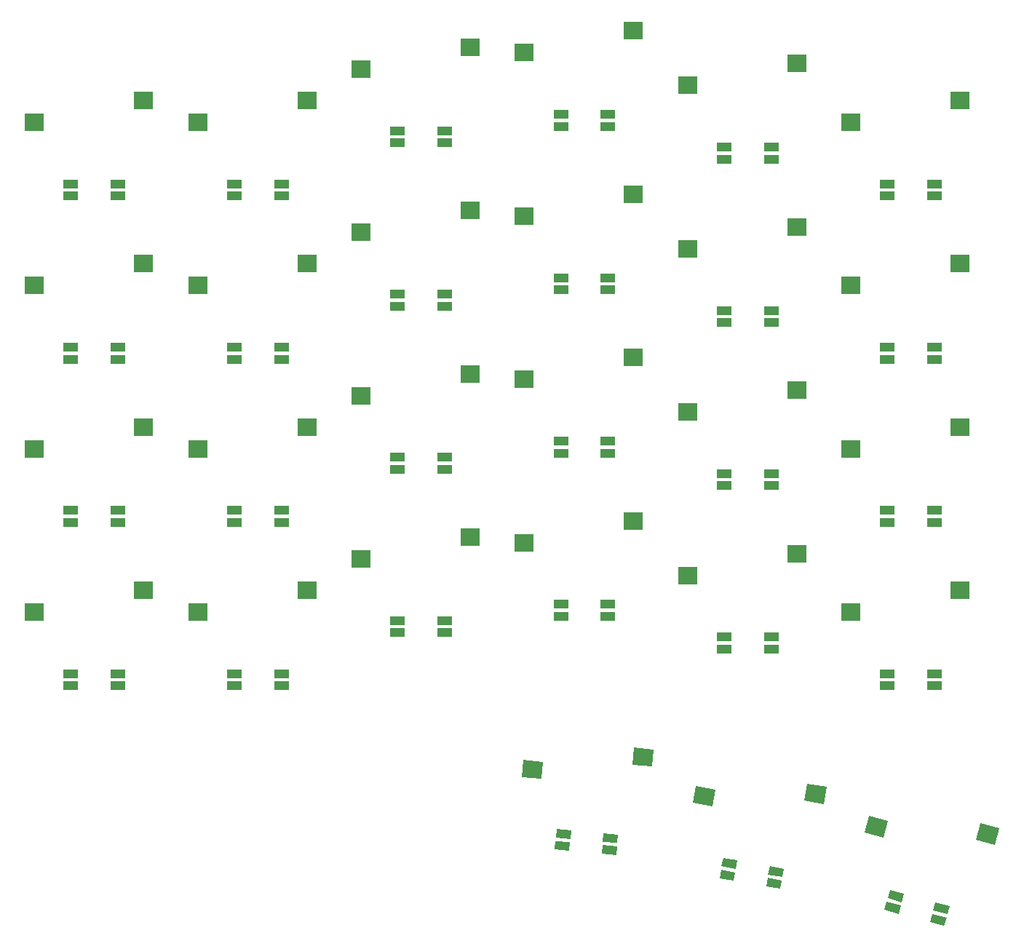
<source format=gbp>
%TF.GenerationSoftware,KiCad,Pcbnew,5.1.10*%
%TF.CreationDate,2021-09-07T21:41:42+02:00*%
%TF.ProjectId,mini,6d696e69-2e6b-4696-9361-645f70636258,rev?*%
%TF.SameCoordinates,Original*%
%TF.FileFunction,Paste,Bot*%
%TF.FilePolarity,Positive*%
%FSLAX46Y46*%
G04 Gerber Fmt 4.6, Leading zero omitted, Abs format (unit mm)*
G04 Created by KiCad (PCBNEW 5.1.10) date 2021-09-07 21:41:42*
%MOMM*%
%LPD*%
G01*
G04 APERTURE LIST*
%ADD10C,0.100000*%
%ADD11R,2.300000X2.000000*%
%ADD12R,1.700000X1.000000*%
G04 APERTURE END LIST*
D10*
G36*
X188471565Y-143408444D02*
G01*
X187953927Y-145340296D01*
X185732297Y-144745012D01*
X186249935Y-142813160D01*
X188471565Y-143408444D01*
G37*
G36*
X175546906Y-142574894D02*
G01*
X175029268Y-144506746D01*
X172807638Y-143911462D01*
X173325276Y-141979610D01*
X175546906Y-142574894D01*
G37*
G36*
X168397660Y-138585467D02*
G01*
X168050364Y-140555082D01*
X165785306Y-140155691D01*
X166132602Y-138186076D01*
X168397660Y-138585467D01*
G37*
G36*
X155449535Y-138881547D02*
G01*
X155102239Y-140851162D01*
X152837181Y-140451771D01*
X153184477Y-138482156D01*
X155449535Y-138881547D01*
G37*
D11*
X88900000Y-58700000D03*
X76200000Y-61240000D03*
X107900000Y-58700000D03*
X95200000Y-61240000D03*
X126900000Y-52525000D03*
X114200000Y-55065000D03*
X145900000Y-50625000D03*
X133200000Y-53165000D03*
X164900000Y-54425000D03*
X152200000Y-56965000D03*
X183900000Y-58700000D03*
X171200000Y-61240000D03*
X88900000Y-77700000D03*
X76200000Y-80240000D03*
X107900000Y-77700000D03*
X95200000Y-80240000D03*
X126900000Y-71525000D03*
X114200000Y-74065000D03*
X145900000Y-69625000D03*
X133200000Y-72165000D03*
X164900000Y-73425000D03*
X152200000Y-75965000D03*
X183900000Y-77700000D03*
X171200000Y-80240000D03*
X88900000Y-96700000D03*
X76200000Y-99240000D03*
X107900000Y-96700000D03*
X95200000Y-99240000D03*
X126900000Y-90525000D03*
X114200000Y-93065000D03*
X145900000Y-88625000D03*
X133200000Y-91165000D03*
X164900000Y-92425000D03*
X152200000Y-94965000D03*
X183900000Y-96700000D03*
X171200000Y-99240000D03*
X88900000Y-115700000D03*
X76200000Y-118240000D03*
X107900000Y-115700000D03*
X95200000Y-118240000D03*
X126900000Y-109525000D03*
X114200000Y-112065000D03*
X145900000Y-107625000D03*
X133200000Y-110165000D03*
X164900000Y-111425000D03*
X152200000Y-113965000D03*
X183900000Y-115700000D03*
X171200000Y-118240000D03*
D10*
G36*
X148254327Y-134215305D02*
G01*
X148080015Y-136207695D01*
X145788767Y-136007237D01*
X145963079Y-134014847D01*
X148254327Y-134215305D01*
G37*
G36*
X135381279Y-135638761D02*
G01*
X135206967Y-137631151D01*
X132915719Y-137430693D01*
X133090031Y-135438303D01*
X135381279Y-135638761D01*
G37*
D12*
X85950000Y-68420000D03*
X85950000Y-69820000D03*
X80450000Y-68420000D03*
X80450000Y-69820000D03*
X104950000Y-68420000D03*
X104950000Y-69820000D03*
X99450000Y-68420000D03*
X99450000Y-69820000D03*
X123950000Y-62245000D03*
X123950000Y-63645000D03*
X118450000Y-62245000D03*
X118450000Y-63645000D03*
X142950000Y-60345000D03*
X142950000Y-61745000D03*
X137450000Y-60345000D03*
X137450000Y-61745000D03*
X161950000Y-64145000D03*
X161950000Y-65545000D03*
X156450000Y-64145000D03*
X156450000Y-65545000D03*
X180950000Y-68420000D03*
X180950000Y-69820000D03*
X175450000Y-68420000D03*
X175450000Y-69820000D03*
X85950000Y-87420000D03*
X85950000Y-88820000D03*
X80450000Y-87420000D03*
X80450000Y-88820000D03*
X104950000Y-87420000D03*
X104950000Y-88820000D03*
X99450000Y-87420000D03*
X99450000Y-88820000D03*
X123950000Y-81245000D03*
X123950000Y-82645000D03*
X118450000Y-81245000D03*
X118450000Y-82645000D03*
X142950000Y-79345000D03*
X142950000Y-80745000D03*
X137450000Y-79345000D03*
X137450000Y-80745000D03*
X161950000Y-83145000D03*
X161950000Y-84545000D03*
X156450000Y-83145000D03*
X156450000Y-84545000D03*
X180950000Y-87420000D03*
X180950000Y-88820000D03*
X175450000Y-87420000D03*
X175450000Y-88820000D03*
X85950000Y-106420000D03*
X85950000Y-107820000D03*
X80450000Y-106420000D03*
X80450000Y-107820000D03*
X104950000Y-106420000D03*
X104950000Y-107820000D03*
X99450000Y-106420000D03*
X99450000Y-107820000D03*
X123950000Y-100245000D03*
X123950000Y-101645000D03*
X118450000Y-100245000D03*
X118450000Y-101645000D03*
X142950000Y-98345000D03*
X142950000Y-99745000D03*
X137450000Y-98345000D03*
X137450000Y-99745000D03*
X161950000Y-102145000D03*
X161950000Y-103545000D03*
X156450000Y-102145000D03*
X156450000Y-103545000D03*
X180950000Y-106420000D03*
X180950000Y-107820000D03*
X175450000Y-106420000D03*
X175450000Y-107820000D03*
X85950000Y-125420000D03*
X85950000Y-126820000D03*
X80450000Y-125420000D03*
X80450000Y-126820000D03*
X104950000Y-125420000D03*
X104950000Y-126820000D03*
X99450000Y-125420000D03*
X99450000Y-126820000D03*
X123950000Y-119245000D03*
X123950000Y-120645000D03*
X118450000Y-119245000D03*
X118450000Y-120645000D03*
X142950000Y-117345000D03*
X142950000Y-118745000D03*
X137450000Y-117345000D03*
X137450000Y-118745000D03*
X161950000Y-121145000D03*
X161950000Y-122545000D03*
X156450000Y-121145000D03*
X156450000Y-122545000D03*
X180950000Y-125420000D03*
X180950000Y-126820000D03*
X175450000Y-125420000D03*
X175450000Y-126820000D03*
D10*
G36*
X142345201Y-144960357D02*
G01*
X142432356Y-143964162D01*
X144125887Y-144112327D01*
X144038732Y-145108522D01*
X142345201Y-144960357D01*
G37*
G36*
X142223183Y-146355030D02*
G01*
X142310338Y-145358835D01*
X144003869Y-145507000D01*
X143916714Y-146503195D01*
X142223183Y-146355030D01*
G37*
G36*
X136866131Y-144481000D02*
G01*
X136953286Y-143484805D01*
X138646817Y-143632970D01*
X138559662Y-144629165D01*
X136866131Y-144481000D01*
G37*
G36*
X136744113Y-145875673D02*
G01*
X136831268Y-144879478D01*
X138524799Y-145027643D01*
X138437644Y-146023838D01*
X136744113Y-145875673D01*
G37*
G36*
X161574864Y-148775970D02*
G01*
X161748512Y-147791162D01*
X163422686Y-148086364D01*
X163249038Y-149071172D01*
X161574864Y-148775970D01*
G37*
G36*
X161331757Y-150154701D02*
G01*
X161505405Y-149169893D01*
X163179579Y-149465095D01*
X163005931Y-150449903D01*
X161331757Y-150154701D01*
G37*
G36*
X156158421Y-147820905D02*
G01*
X156332069Y-146836097D01*
X158006243Y-147131299D01*
X157832595Y-148116107D01*
X156158421Y-147820905D01*
G37*
G36*
X155915314Y-149199636D02*
G01*
X156088962Y-148214828D01*
X157763136Y-148510030D01*
X157589488Y-149494838D01*
X155915314Y-149199636D01*
G37*
G36*
X180786023Y-152965571D02*
G01*
X181044842Y-151999645D01*
X182686915Y-152439637D01*
X182428096Y-153405563D01*
X180786023Y-152965571D01*
G37*
G36*
X180423677Y-154317867D02*
G01*
X180682496Y-153351941D01*
X182324569Y-153791933D01*
X182065750Y-154757859D01*
X180423677Y-154317867D01*
G37*
G36*
X175473431Y-151542067D02*
G01*
X175732250Y-150576141D01*
X177374323Y-151016133D01*
X177115504Y-151982059D01*
X175473431Y-151542067D01*
G37*
G36*
X175111085Y-152894363D02*
G01*
X175369904Y-151928437D01*
X177011977Y-152368429D01*
X176753158Y-153334355D01*
X175111085Y-152894363D01*
G37*
M02*

</source>
